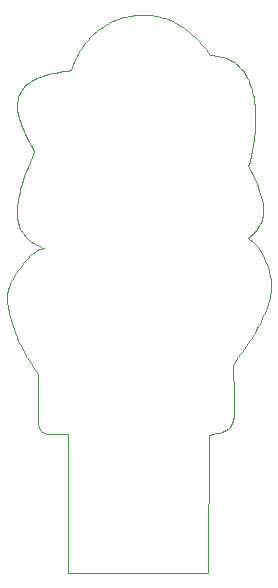
<source format=gko>
G04 #@! TF.GenerationSoftware,KiCad,Pcbnew,(6.0.0-rc1-dev-1248-ged6c68a1e)*
G04 #@! TF.CreationDate,2018-12-01T18:11:37-05:00*
G04 #@! TF.ProjectId,cuttle2fish,63757474-6c65-4326-9669-73682e6b6963,rev?*
G04 #@! TF.SameCoordinates,Original*
G04 #@! TF.FileFunction,Profile,NP*
%FSLAX46Y46*%
G04 Gerber Fmt 4.6, Leading zero omitted, Abs format (unit mm)*
G04 Created by KiCad (PCBNEW (6.0.0-rc1-dev-1248-ged6c68a1e)) date 12/1/2018 6:11:37 PM*
%MOMM*%
%LPD*%
G01*
G04 APERTURE LIST*
G04 #@! TA.AperFunction,NonConductor*
%ADD10C,0.093750*%
G04 #@! TD*
G04 APERTURE END LIST*
D10*
G04 #@! TO.C,svg2mod*
X112387904Y-50004735D02*
X112582548Y-50007371D01*
X112193941Y-50008473D02*
X112387904Y-50004735D01*
X111953362Y-50021993D02*
X112193941Y-50008473D01*
X111714280Y-50045141D02*
X111953362Y-50021993D01*
X111476939Y-50077765D02*
X111714280Y-50045141D01*
X111241582Y-50119714D02*
X111476939Y-50077765D01*
X111008452Y-50170833D02*
X111241582Y-50119714D01*
X110777794Y-50230972D02*
X111008452Y-50170833D01*
X110549849Y-50299977D02*
X110777794Y-50230972D01*
X110324862Y-50377695D02*
X110549849Y-50299977D01*
X110103075Y-50463975D02*
X110324862Y-50377695D01*
X109884733Y-50558664D02*
X110103075Y-50463975D01*
X109670078Y-50661608D02*
X109884733Y-50558664D01*
X109459354Y-50772657D02*
X109670078Y-50661608D01*
X109252804Y-50891656D02*
X109459354Y-50772657D01*
X109050672Y-51018454D02*
X109252804Y-50891656D01*
X108853200Y-51152898D02*
X109050672Y-51018454D01*
X108660633Y-51294836D02*
X108853200Y-51152898D01*
X108473213Y-51444115D02*
X108660633Y-51294836D01*
X108291183Y-51600582D02*
X108473213Y-51444115D01*
X108114788Y-51764085D02*
X108291183Y-51600582D01*
X107944270Y-51934471D02*
X108114788Y-51764085D01*
X107779874Y-52111588D02*
X107944270Y-51934471D01*
X107621841Y-52295284D02*
X107779874Y-52111588D01*
X107470416Y-52485405D02*
X107621841Y-52295284D01*
X107325841Y-52681800D02*
X107470416Y-52485405D01*
X107188361Y-52884315D02*
X107325841Y-52681800D01*
X107058218Y-53092799D02*
X107188361Y-52884315D01*
X106935656Y-53307098D02*
X107058218Y-53092799D01*
X106820918Y-53527061D02*
X106935656Y-53307098D01*
X106714248Y-53752534D02*
X106820918Y-53527061D01*
X106615888Y-53983365D02*
X106714248Y-53752534D01*
X106526083Y-54219402D02*
X106615888Y-53983365D01*
X106445075Y-54460491D02*
X106526083Y-54219402D01*
X106373108Y-54706482D02*
X106445075Y-54460491D01*
X106009032Y-54748334D02*
X106373108Y-54706482D01*
X105662748Y-54795860D02*
X106009032Y-54748334D01*
X105333913Y-54848947D02*
X105662748Y-54795860D01*
X105022182Y-54907485D02*
X105333913Y-54848947D01*
X104727211Y-54971363D02*
X105022182Y-54907485D01*
X104448656Y-55040470D02*
X104727211Y-54971363D01*
X104186174Y-55114695D02*
X104448656Y-55040470D01*
X103939421Y-55193928D02*
X104186174Y-55114695D01*
X103708053Y-55278057D02*
X103939421Y-55193928D01*
X103491725Y-55366972D02*
X103708053Y-55278057D01*
X103290094Y-55460561D02*
X103491725Y-55366972D01*
X103102816Y-55558715D02*
X103290094Y-55460561D01*
X102929548Y-55661322D02*
X103102816Y-55558715D01*
X102769944Y-55768271D02*
X102929548Y-55661322D01*
X102623662Y-55879451D02*
X102769944Y-55768271D01*
X102490357Y-55994752D02*
X102623662Y-55879451D01*
X102369686Y-56114063D02*
X102490357Y-55994752D01*
X102261304Y-56237272D02*
X102369686Y-56114063D01*
X102164867Y-56364270D02*
X102261304Y-56237272D01*
X102080033Y-56494944D02*
X102164867Y-56364270D01*
X102006456Y-56629185D02*
X102080033Y-56494944D01*
X101943794Y-56766881D02*
X102006456Y-56629185D01*
X101891701Y-56907922D02*
X101943794Y-56766881D01*
X101849834Y-57052196D02*
X101891701Y-56907922D01*
X101817850Y-57199593D02*
X101849834Y-57052196D01*
X101795403Y-57350003D02*
X101817850Y-57199593D01*
X101782152Y-57503313D02*
X101795403Y-57350003D01*
X101777750Y-57659413D02*
X101782152Y-57503313D01*
X101781855Y-57818193D02*
X101777750Y-57659413D01*
X101794123Y-57979541D02*
X101781855Y-57818193D01*
X101814210Y-58143347D02*
X101794123Y-57979541D01*
X101841771Y-58309500D02*
X101814210Y-58143347D01*
X101876463Y-58477889D02*
X101841771Y-58309500D01*
X101917943Y-58648403D02*
X101876463Y-58477889D01*
X101965865Y-58820931D02*
X101917943Y-58648403D01*
X102019887Y-58995362D02*
X101965865Y-58820931D01*
X102079664Y-59171586D02*
X102019887Y-58995362D01*
X102144852Y-59349492D02*
X102079664Y-59171586D01*
X102215108Y-59528968D02*
X102144852Y-59349492D01*
X102290087Y-59709905D02*
X102215108Y-59528968D01*
X102369446Y-59892190D02*
X102290087Y-59709905D01*
X102452840Y-60075714D02*
X102369446Y-59892190D01*
X102539927Y-60260365D02*
X102452840Y-60075714D01*
X102630361Y-60446032D02*
X102539927Y-60260365D01*
X102723800Y-60632605D02*
X102630361Y-60446032D01*
X102819898Y-60819973D02*
X102723800Y-60632605D01*
X102918313Y-61008025D02*
X102819898Y-60819973D01*
X103018700Y-61196650D02*
X102918313Y-61008025D01*
X103120715Y-61385737D02*
X103018700Y-61196650D01*
X103224015Y-61575176D02*
X103120715Y-61385737D01*
X103024267Y-62028817D02*
X103224015Y-61575176D01*
X102841251Y-62464103D02*
X103024267Y-62028817D01*
X102674494Y-62881458D02*
X102841251Y-62464103D01*
X102523526Y-63281304D02*
X102674494Y-62881458D01*
X102387877Y-63664062D02*
X102523526Y-63281304D01*
X102267076Y-64030157D02*
X102387877Y-63664062D01*
X102160652Y-64380011D02*
X102267076Y-64030157D01*
X102068134Y-64714045D02*
X102160652Y-64380011D01*
X101989052Y-65032684D02*
X102068134Y-64714045D01*
X101922934Y-65336350D02*
X101989052Y-65032684D01*
X101869311Y-65625464D02*
X101922934Y-65336350D01*
X101827710Y-65900451D02*
X101869311Y-65625464D01*
X101797662Y-66161732D02*
X101827710Y-65900451D01*
X101778696Y-66409731D02*
X101797662Y-66161732D01*
X101770340Y-66644869D02*
X101778696Y-66409731D01*
X101772125Y-66867570D02*
X101770340Y-66644869D01*
X101783579Y-67078256D02*
X101772125Y-66867570D01*
X101804232Y-67277350D02*
X101783579Y-67078256D01*
X101833612Y-67465274D02*
X101804232Y-67277350D01*
X101871250Y-67642452D02*
X101833612Y-67465274D01*
X101916674Y-67809305D02*
X101871250Y-67642452D01*
X101969413Y-67966257D02*
X101916674Y-67809305D01*
X102028997Y-68113730D02*
X101969413Y-67966257D01*
X102094955Y-68252146D02*
X102028997Y-68113730D01*
X102166817Y-68381929D02*
X102094955Y-68252146D01*
X102244111Y-68503501D02*
X102166817Y-68381929D01*
X102326367Y-68617285D02*
X102244111Y-68503501D01*
X102413113Y-68723703D02*
X102326367Y-68617285D01*
X102503880Y-68823178D02*
X102413113Y-68723703D01*
X102598196Y-68916133D02*
X102503880Y-68823178D01*
X102695591Y-69002990D02*
X102598196Y-68916133D01*
X102795594Y-69084171D02*
X102695591Y-69002990D01*
X102897734Y-69160101D02*
X102795594Y-69084171D01*
X103001541Y-69231200D02*
X102897734Y-69160101D01*
X103106543Y-69297893D02*
X103001541Y-69231200D01*
X103212270Y-69360601D02*
X103106543Y-69297893D01*
X103318250Y-69419747D02*
X103212270Y-69360601D01*
X103424015Y-69475754D02*
X103318250Y-69419747D01*
X103529091Y-69529045D02*
X103424015Y-69475754D01*
X103633010Y-69580041D02*
X103529091Y-69529045D01*
X103735300Y-69629167D02*
X103633010Y-69580041D01*
X103835489Y-69676844D02*
X103735300Y-69629167D01*
X103933109Y-69723495D02*
X103835489Y-69676844D01*
X104027687Y-69769543D02*
X103933109Y-69723495D01*
X103846624Y-69806317D02*
X104027687Y-69769543D01*
X103660760Y-69872907D02*
X103846624Y-69806317D01*
X103471407Y-69966915D02*
X103660760Y-69872907D01*
X103279879Y-70085942D02*
X103471407Y-69966915D01*
X103087486Y-70227592D02*
X103279879Y-70085942D01*
X102895541Y-70389467D02*
X103087486Y-70227592D01*
X102705356Y-70569169D02*
X102895541Y-70389467D01*
X102518243Y-70764301D02*
X102705356Y-70569169D01*
X102335515Y-70972466D02*
X102518243Y-70764301D01*
X102158484Y-71191266D02*
X102335515Y-70972466D01*
X101988461Y-71418302D02*
X102158484Y-71191266D01*
X101826758Y-71651179D02*
X101988461Y-71418302D01*
X101674689Y-71887498D02*
X101826758Y-71651179D01*
X101533565Y-72124862D02*
X101674689Y-71887498D01*
X101404698Y-72360872D02*
X101533565Y-72124862D01*
X101289401Y-72593133D02*
X101404698Y-72360872D01*
X101188985Y-72819246D02*
X101289401Y-72593133D01*
X101104762Y-73036814D02*
X101188985Y-72819246D01*
X101038046Y-73243438D02*
X101104762Y-73036814D01*
X100990147Y-73436723D02*
X101038046Y-73243438D01*
X100962379Y-73614269D02*
X100990147Y-73436723D01*
X100944995Y-73870440D02*
X100962379Y-73614269D01*
X100944305Y-74125620D02*
X100944995Y-73870440D01*
X100958783Y-74379802D02*
X100944305Y-74125620D01*
X100986901Y-74632979D02*
X100958783Y-74379802D01*
X101027132Y-74885145D02*
X100986901Y-74632979D01*
X101077948Y-75136291D02*
X101027132Y-74885145D01*
X101137822Y-75386409D02*
X101077948Y-75136291D01*
X101205226Y-75635494D02*
X101137822Y-75386409D01*
X101278634Y-75883537D02*
X101205226Y-75635494D01*
X101356518Y-76130531D02*
X101278634Y-75883537D01*
X101437351Y-76376469D02*
X101356518Y-76130531D01*
X101519604Y-76621343D02*
X101437351Y-76376469D01*
X101601752Y-76865147D02*
X101519604Y-76621343D01*
X101682266Y-77107872D02*
X101601752Y-76865147D01*
X101733752Y-77248711D02*
X101682266Y-77107872D01*
X101802410Y-77410575D02*
X101733752Y-77248711D01*
X101886682Y-77591322D02*
X101802410Y-77410575D01*
X101985007Y-77788814D02*
X101886682Y-77591322D01*
X102095827Y-78000909D02*
X101985007Y-77788814D01*
X102217581Y-78225469D02*
X102095827Y-78000909D01*
X102348711Y-78460353D02*
X102217581Y-78225469D01*
X102487657Y-78703421D02*
X102348711Y-78460353D01*
X102632859Y-78952534D02*
X102487657Y-78703421D01*
X102782759Y-79205551D02*
X102632859Y-78952534D01*
X102935795Y-79460332D02*
X102782759Y-79205551D01*
X103090410Y-79714737D02*
X102935795Y-79460332D01*
X103245044Y-79966627D02*
X103090410Y-79714737D01*
X103398137Y-80213862D02*
X103245044Y-79966627D01*
X103548130Y-80454300D02*
X103398137Y-80213862D01*
X103548740Y-80896507D02*
X103548130Y-80454300D01*
X103547011Y-81312724D02*
X103548740Y-80896507D01*
X103543539Y-81703721D02*
X103547011Y-81312724D01*
X103538924Y-82070270D02*
X103543539Y-81703721D01*
X103533763Y-82413143D02*
X103538924Y-82070270D01*
X103528654Y-82733112D02*
X103533763Y-82413143D01*
X103524196Y-83030947D02*
X103528654Y-82733112D01*
X103520985Y-83307421D02*
X103524196Y-83030947D01*
X103519621Y-83563305D02*
X103520985Y-83307421D01*
X103520702Y-83799370D02*
X103519621Y-83563305D01*
X103524825Y-84016388D02*
X103520702Y-83799370D01*
X103532589Y-84215130D02*
X103524825Y-84016388D01*
X103544591Y-84396369D02*
X103532589Y-84215130D01*
X103561429Y-84560875D02*
X103544591Y-84396369D01*
X103583703Y-84709420D02*
X103561429Y-84560875D01*
X103612009Y-84842776D02*
X103583703Y-84709420D01*
X103646946Y-84961713D02*
X103612009Y-84842776D01*
X103689111Y-85067005D02*
X103646946Y-84961713D01*
X103739104Y-85159421D02*
X103689111Y-85067005D01*
X103797521Y-85239734D02*
X103739104Y-85159421D01*
X103864961Y-85308715D02*
X103797521Y-85239734D01*
X103942022Y-85367136D02*
X103864961Y-85308715D01*
X104029302Y-85415768D02*
X103942022Y-85367136D01*
X104127400Y-85455383D02*
X104029302Y-85415768D01*
X104236912Y-85486752D02*
X104127400Y-85455383D01*
X104358438Y-85510647D02*
X104236912Y-85486752D01*
X104492574Y-85527840D02*
X104358438Y-85510647D01*
X104639920Y-85539101D02*
X104492574Y-85527840D01*
X104801074Y-85545202D02*
X104639920Y-85539101D01*
X104976632Y-85546915D02*
X104801074Y-85545202D01*
X105167194Y-85545012D02*
X104976632Y-85546915D01*
X105373358Y-85540263D02*
X105167194Y-85545012D01*
X105595720Y-85533441D02*
X105373358Y-85540263D01*
X105834881Y-85525317D02*
X105595720Y-85533441D01*
X106091437Y-85516662D02*
X105834881Y-85525317D01*
X106091437Y-97316529D02*
X106091437Y-85516662D01*
X117957999Y-97316529D02*
X106091437Y-97316529D01*
X118028555Y-85578398D02*
X117957999Y-97316529D01*
X118344354Y-85523569D02*
X118028555Y-85578398D01*
X118627178Y-85467264D02*
X118344354Y-85523569D01*
X118878866Y-85407725D02*
X118627178Y-85467264D01*
X119101260Y-85343197D02*
X118878866Y-85407725D01*
X119296200Y-85271923D02*
X119101260Y-85343197D01*
X119465526Y-85192147D02*
X119296200Y-85271923D01*
X119611078Y-85102111D02*
X119465526Y-85192147D01*
X119734697Y-85000060D02*
X119611078Y-85102111D01*
X119838223Y-84884238D02*
X119734697Y-85000060D01*
X119923495Y-84752887D02*
X119838223Y-84884238D01*
X119992356Y-84604251D02*
X119923495Y-84752887D01*
X120046644Y-84436574D02*
X119992356Y-84604251D01*
X120088201Y-84248099D02*
X120046644Y-84436574D01*
X120118866Y-84037070D02*
X120088201Y-84248099D01*
X120140480Y-83801731D02*
X120118866Y-84037070D01*
X120154883Y-83540324D02*
X120140480Y-83801731D01*
X120163915Y-83251094D02*
X120154883Y-83540324D01*
X120169417Y-82932283D02*
X120163915Y-83251094D01*
X120173229Y-82582136D02*
X120169417Y-82932283D01*
X120177192Y-82198897D02*
X120173229Y-82582136D01*
X120046554Y-79633542D02*
X120177192Y-82198897D01*
X120192531Y-79436761D02*
X120046554Y-79633542D01*
X120347740Y-79226132D02*
X120192531Y-79436761D01*
X120509988Y-79004246D02*
X120347740Y-79226132D01*
X120677080Y-78773693D02*
X120509988Y-79004246D01*
X120846823Y-78537066D02*
X120677080Y-78773693D01*
X121017021Y-78296954D02*
X120846823Y-78537066D01*
X121185482Y-78055950D02*
X121017021Y-78296954D01*
X121350011Y-77816645D02*
X121185482Y-78055950D01*
X121508414Y-77581629D02*
X121350011Y-77816645D01*
X121658496Y-77353494D02*
X121508414Y-77581629D01*
X121798065Y-77134831D02*
X121658496Y-77353494D01*
X121924926Y-76928232D02*
X121798065Y-77134831D01*
X122036884Y-76736287D02*
X121924926Y-76928232D01*
X122131746Y-76561588D02*
X122036884Y-76736287D01*
X122207318Y-76406726D02*
X122131746Y-76561588D01*
X122313736Y-76174194D02*
X122207318Y-76406726D01*
X122421893Y-75940775D02*
X122313736Y-76174194D01*
X122530270Y-75706309D02*
X122421893Y-75940775D01*
X122637348Y-75470636D02*
X122530270Y-75706309D01*
X122741609Y-75233597D02*
X122637348Y-75470636D01*
X122841533Y-74995031D02*
X122741609Y-75233597D01*
X122935603Y-74754778D02*
X122841533Y-74995031D01*
X123022299Y-74512678D02*
X122935603Y-74754778D01*
X123100102Y-74268572D02*
X123022299Y-74512678D01*
X123167495Y-74022299D02*
X123100102Y-74268572D01*
X123222958Y-73773700D02*
X123167495Y-74022299D01*
X123264973Y-73522614D02*
X123222958Y-73773700D01*
X123292021Y-73268881D02*
X123264973Y-73522614D01*
X123302583Y-73012342D02*
X123292021Y-73268881D01*
X123297032Y-72820610D02*
X123302583Y-73012342D01*
X123278338Y-72610648D02*
X123297032Y-72820610D01*
X123246906Y-72385242D02*
X123278338Y-72610648D01*
X123203144Y-72147182D02*
X123246906Y-72385242D01*
X123147459Y-71899254D02*
X123203144Y-72147182D01*
X123080256Y-71644245D02*
X123147459Y-71899254D01*
X123001943Y-71384945D02*
X123080256Y-71644245D01*
X122912926Y-71124139D02*
X123001943Y-71384945D01*
X122813611Y-70864616D02*
X122912926Y-71124139D01*
X122704406Y-70609163D02*
X122813611Y-70864616D01*
X122585716Y-70360567D02*
X122704406Y-70609163D01*
X122457949Y-70121618D02*
X122585716Y-70360567D01*
X122321511Y-69895101D02*
X122457949Y-70121618D01*
X122176809Y-69683804D02*
X122321511Y-69895101D01*
X122024249Y-69490515D02*
X122176809Y-69683804D01*
X121864238Y-69318022D02*
X122024249Y-69490515D01*
X121697182Y-69169113D02*
X121864238Y-69318022D01*
X121523488Y-69046573D02*
X121697182Y-69169113D01*
X121343564Y-68953193D02*
X121523488Y-69046573D01*
X121482714Y-68820728D02*
X121343564Y-68953193D01*
X121616532Y-68688497D02*
X121482714Y-68820728D01*
X121744446Y-68555742D02*
X121616532Y-68688497D01*
X121865888Y-68421701D02*
X121744446Y-68555742D01*
X121980286Y-68285615D02*
X121865888Y-68421701D01*
X122087071Y-68146722D02*
X121980286Y-68285615D01*
X122185671Y-68004263D02*
X122087071Y-68146722D01*
X122275517Y-67857478D02*
X122185671Y-68004263D01*
X122356038Y-67705606D02*
X122275517Y-67857478D01*
X122426664Y-67547887D02*
X122356038Y-67705606D01*
X122486825Y-67383561D02*
X122426664Y-67547887D01*
X122535949Y-67211867D02*
X122486825Y-67383561D01*
X122573468Y-67032045D02*
X122535949Y-67211867D01*
X122598810Y-66843336D02*
X122573468Y-67032045D01*
X122611406Y-66644978D02*
X122598810Y-66843336D01*
X122610684Y-66436212D02*
X122611406Y-66644978D01*
X122596075Y-66216276D02*
X122610684Y-66436212D01*
X122567008Y-65984412D02*
X122596075Y-66216276D01*
X122522913Y-65739859D02*
X122567008Y-65984412D01*
X122463220Y-65481856D02*
X122522913Y-65739859D01*
X122387358Y-65209643D02*
X122463220Y-65481856D01*
X122294756Y-64922461D02*
X122387358Y-65209643D01*
X122184846Y-64619548D02*
X122294756Y-64922461D01*
X122057055Y-64300144D02*
X122184846Y-64619548D01*
X121910815Y-63963490D02*
X122057055Y-64300144D01*
X121745554Y-63608824D02*
X121910815Y-63963490D01*
X121560703Y-63235388D02*
X121745554Y-63608824D01*
X121355690Y-62842420D02*
X121560703Y-63235388D01*
X121410731Y-62646532D02*
X121355690Y-62842420D01*
X121464029Y-62445681D02*
X121410731Y-62646532D01*
X121515423Y-62240201D02*
X121464029Y-62445681D01*
X121564754Y-62030426D02*
X121515423Y-62240201D01*
X121611860Y-61816689D02*
X121564754Y-62030426D01*
X121656581Y-61599324D02*
X121611860Y-61816689D01*
X121698758Y-61378664D02*
X121656581Y-61599324D01*
X121738229Y-61155044D02*
X121698758Y-61378664D01*
X121774835Y-60928797D02*
X121738229Y-61155044D01*
X121808414Y-60700256D02*
X121774835Y-60928797D01*
X121838807Y-60469755D02*
X121808414Y-60700256D01*
X121865852Y-60237628D02*
X121838807Y-60469755D01*
X121889390Y-60004209D02*
X121865852Y-60237628D01*
X121909261Y-59769830D02*
X121889390Y-60004209D01*
X121925303Y-59534827D02*
X121909261Y-59769830D01*
X121937356Y-59299532D02*
X121925303Y-59534827D01*
X121945261Y-59064280D02*
X121937356Y-59299532D01*
X121948856Y-58829403D02*
X121945261Y-59064280D01*
X121947981Y-58595236D02*
X121948856Y-58829403D01*
X121942476Y-58362113D02*
X121947981Y-58595236D01*
X121932181Y-58130366D02*
X121942476Y-58362113D01*
X121916934Y-57900329D02*
X121932181Y-58130366D01*
X121896576Y-57672337D02*
X121916934Y-57900329D01*
X121870946Y-57446723D02*
X121896576Y-57672337D01*
X121839884Y-57223820D02*
X121870946Y-57446723D01*
X121803229Y-57003963D02*
X121839884Y-57223820D01*
X121760822Y-56787484D02*
X121803229Y-57003963D01*
X121712500Y-56574719D02*
X121760822Y-56787484D01*
X121658106Y-56365999D02*
X121712500Y-56574719D01*
X121597476Y-56161659D02*
X121658106Y-56365999D01*
X121530453Y-55962033D02*
X121597476Y-56161659D01*
X121456874Y-55767454D02*
X121530453Y-55962033D01*
X121376580Y-55578256D02*
X121456874Y-55767454D01*
X121289410Y-55394772D02*
X121376580Y-55578256D01*
X121195203Y-55217337D02*
X121289410Y-55394772D01*
X121093801Y-55046284D02*
X121195203Y-55217337D01*
X120985041Y-54881946D02*
X121093801Y-55046284D01*
X120868763Y-54724658D02*
X120985041Y-54881946D01*
X120744808Y-54574752D02*
X120868763Y-54724658D01*
X120613015Y-54432563D02*
X120744808Y-54574752D01*
X120473223Y-54298424D02*
X120613015Y-54432563D01*
X120325272Y-54172670D02*
X120473223Y-54298424D01*
X120169002Y-54055632D02*
X120325272Y-54172670D01*
X120004251Y-53947646D02*
X120169002Y-54055632D01*
X119830861Y-53849045D02*
X120004251Y-53947646D01*
X119648670Y-53760163D02*
X119830861Y-53849045D01*
X119457518Y-53681333D02*
X119648670Y-53760163D01*
X119257244Y-53612889D02*
X119457518Y-53681333D01*
X119047689Y-53555164D02*
X119257244Y-53612889D01*
X118828692Y-53508493D02*
X119047689Y-53555164D01*
X118600092Y-53473208D02*
X118828692Y-53508493D01*
X118361728Y-53449645D02*
X118600092Y-53473208D01*
X118113442Y-53438135D02*
X118361728Y-53449645D01*
X117939206Y-53182782D02*
X118113442Y-53438135D01*
X117761181Y-52938195D02*
X117939206Y-53182782D01*
X117579541Y-52704267D02*
X117761181Y-52938195D01*
X117394456Y-52480889D02*
X117579541Y-52704267D01*
X117206100Y-52267954D02*
X117394456Y-52480889D01*
X117014643Y-52065355D02*
X117206100Y-52267954D01*
X116820258Y-51872983D02*
X117014643Y-52065355D01*
X116623117Y-51690731D02*
X116820258Y-51872983D01*
X116423392Y-51518491D02*
X116623117Y-51690731D01*
X116221255Y-51356155D02*
X116423392Y-51518491D01*
X116016878Y-51203616D02*
X116221255Y-51356155D01*
X115810432Y-51060765D02*
X116016878Y-51203616D01*
X115602091Y-50927495D02*
X115810432Y-51060765D01*
X115392026Y-50803698D02*
X115602091Y-50927495D01*
X115180408Y-50689267D02*
X115392026Y-50803698D01*
X114967411Y-50584093D02*
X115180408Y-50689267D01*
X114753205Y-50488070D02*
X114967411Y-50584093D01*
X114537964Y-50401088D02*
X114753205Y-50488070D01*
X114321858Y-50323041D02*
X114537964Y-50401088D01*
X114105060Y-50253821D02*
X114321858Y-50323041D01*
X113887743Y-50193319D02*
X114105060Y-50253821D01*
X113670077Y-50141429D02*
X113887743Y-50193319D01*
X113452235Y-50098041D02*
X113670077Y-50141429D01*
X113234389Y-50063050D02*
X113452235Y-50098041D01*
X113016712Y-50036346D02*
X113234389Y-50063050D01*
X112799374Y-50017822D02*
X113016712Y-50036346D01*
X112582548Y-50007371D02*
X112799374Y-50017822D01*
G04 #@! TD*
M02*

</source>
